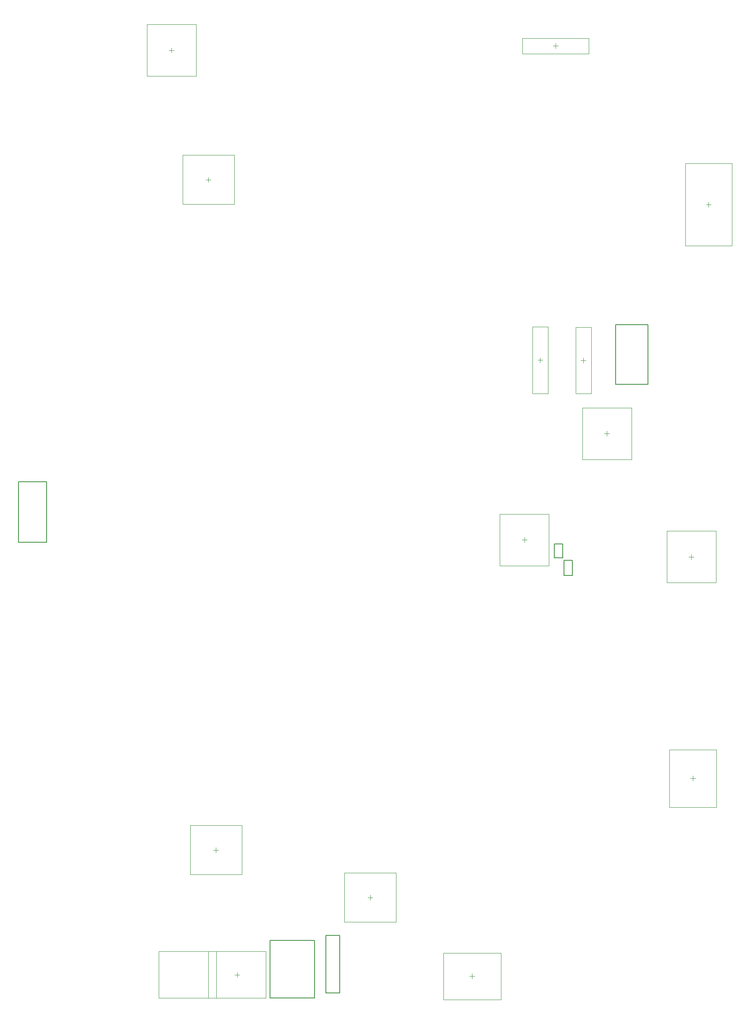
<source format=gbr>
%TF.GenerationSoftware,Altium Limited,Altium Designer,21.6.4 (81)*%
G04 Layer_Color=16711935*
%FSLAX43Y43*%
%MOMM*%
%TF.SameCoordinates,B094594F-E5AE-4C03-B854-EF891E02AD71*%
%TF.FilePolarity,Positive*%
%TF.FileFunction,Other,Top_Courtyard*%
%TF.Part,Single*%
G01*
G75*
%TA.AperFunction,NonConductor*%
%ADD156C,0.200*%
%ADD227C,0.050*%
D156*
X221350Y126000D02*
X227800D01*
Y138050D01*
X221350D02*
X227800D01*
X221350Y126000D02*
Y138050D01*
X210950Y90550D02*
X212600D01*
X210950Y87500D02*
Y90550D01*
Y87500D02*
X212600D01*
Y90550D01*
X162900Y3337D02*
Y14913D01*
X165700D01*
Y3337D02*
Y14913D01*
X162900Y3337D02*
X165700D01*
X208950Y91000D02*
X210650D01*
Y93800D01*
X208950D02*
X210650D01*
X208950Y91000D02*
Y93800D01*
X100901Y106350D02*
X106601D01*
X100901Y94150D02*
Y106350D01*
Y94150D02*
X106601D01*
Y106350D01*
X151625Y13900D02*
X160625D01*
X151625Y2300D02*
Y13900D01*
Y2300D02*
X160625D01*
Y13900D01*
D227*
X235375Y153975D02*
X244775D01*
Y170575D01*
X235375D02*
X244775D01*
X235375Y153975D02*
Y170575D01*
X240075Y161775D02*
Y162775D01*
X239575Y162275D02*
X240575D01*
X126804Y198553D02*
X136704D01*
X126804Y188153D02*
Y198553D01*
Y188153D02*
X136704D01*
Y198553D01*
X131754Y192853D02*
Y193853D01*
X131254Y193353D02*
X132254D01*
X140750Y31625D02*
Y32625D01*
X140250Y32125D02*
X141250D01*
X135550Y27175D02*
X145950D01*
X135550D02*
Y37075D01*
X145950D01*
Y27175D02*
Y37075D01*
X139225Y166775D02*
Y167775D01*
X138725Y167275D02*
X139725D01*
X134025Y162325D02*
X144425D01*
X134025D02*
Y172225D01*
X144425D01*
Y162325D02*
Y172225D01*
X231625Y86025D02*
X241525D01*
Y96425D01*
X231625D02*
X241525D01*
X231625Y86025D02*
Y96425D01*
X236575Y90725D02*
Y91725D01*
X236075Y91225D02*
X237075D01*
X219064Y116086D02*
X220064D01*
X219564Y115586D02*
Y116586D01*
X214614Y110886D02*
Y121286D01*
X224514D01*
Y110886D02*
Y121286D01*
X214614Y110886D02*
X224514D01*
X197993Y99850D02*
X207893D01*
X197993Y89450D02*
Y99850D01*
Y89450D02*
X207893D01*
Y99850D01*
X202943Y94150D02*
Y95150D01*
X202443Y94650D02*
X203443D01*
X171839Y22050D02*
Y23050D01*
X171339Y22550D02*
X172339D01*
X166639Y27500D02*
X177039D01*
Y17600D02*
Y27500D01*
X166639Y17600D02*
X177039D01*
X166639D02*
Y27500D01*
X129200Y2300D02*
Y11700D01*
Y2300D02*
X140800D01*
Y11700D01*
X129200D02*
X140800D01*
X214834Y130359D02*
Y131359D01*
X214334Y130859D02*
X215334D01*
X216379Y124159D02*
Y137559D01*
X213289Y124159D02*
X216379D01*
X213289D02*
Y137559D01*
X216379D01*
X215915Y192672D02*
Y195762D01*
X202515D02*
X215915D01*
X202515Y192672D02*
Y195762D01*
Y192672D02*
X215915D01*
X209215Y193717D02*
Y194717D01*
X208715Y194217D02*
X209715D01*
X204575Y137580D02*
X207665D01*
X204575Y124180D02*
Y137580D01*
Y124180D02*
X207665D01*
Y137580D01*
X205620Y130880D02*
X206620D01*
X206120Y130380D02*
Y131380D01*
X186575Y11400D02*
X198175D01*
Y2000D02*
Y11400D01*
X186575Y2000D02*
X198175D01*
X186575D02*
Y11400D01*
X191875Y6700D02*
X192875D01*
X192375Y6200D02*
Y7200D01*
X232200Y40775D02*
Y52375D01*
X241600D01*
Y40775D02*
Y52375D01*
X232200Y40775D02*
X241600D01*
X236900Y46075D02*
Y47075D01*
X236400Y46575D02*
X237400D01*
X145000Y6500D02*
Y7500D01*
X144500Y7000D02*
X145500D01*
X139200Y2300D02*
Y11700D01*
Y2300D02*
X150800D01*
Y11700D01*
X139200D02*
X150800D01*
%TF.MD5,0e4b146fbf4a1d20de53e394c0eafaf6*%
M02*

</source>
